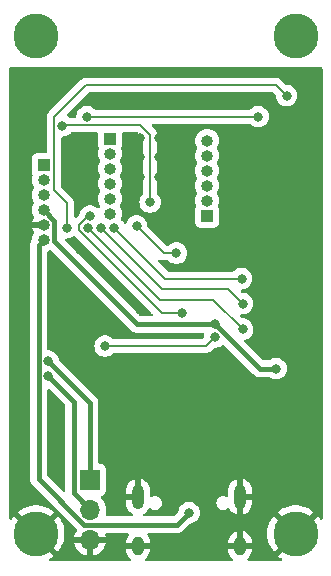
<source format=gbl>
%TF.GenerationSoftware,KiCad,Pcbnew,7.0.2-6a45011f42~172~ubuntu23.04.1*%
%TF.CreationDate,2023-05-23T16:12:18+02:00*%
%TF.ProjectId,pcb,7063622e-6b69-4636-9164-5f7063625858,rev?*%
%TF.SameCoordinates,Original*%
%TF.FileFunction,Copper,L2,Bot*%
%TF.FilePolarity,Positive*%
%FSLAX46Y46*%
G04 Gerber Fmt 4.6, Leading zero omitted, Abs format (unit mm)*
G04 Created by KiCad (PCBNEW 7.0.2-6a45011f42~172~ubuntu23.04.1) date 2023-05-23 16:12:18*
%MOMM*%
%LPD*%
G01*
G04 APERTURE LIST*
%TA.AperFunction,ComponentPad*%
%ADD10R,1.000000X1.000000*%
%TD*%
%TA.AperFunction,ComponentPad*%
%ADD11O,1.000000X1.000000*%
%TD*%
%TA.AperFunction,ComponentPad*%
%ADD12C,2.600000*%
%TD*%
%TA.AperFunction,ConnectorPad*%
%ADD13C,3.800000*%
%TD*%
%TA.AperFunction,ComponentPad*%
%ADD14R,1.700000X1.700000*%
%TD*%
%TA.AperFunction,ComponentPad*%
%ADD15O,1.700000X1.700000*%
%TD*%
%TA.AperFunction,ComponentPad*%
%ADD16O,1.000000X1.600000*%
%TD*%
%TA.AperFunction,ComponentPad*%
%ADD17O,1.000000X2.100000*%
%TD*%
%TA.AperFunction,ViaPad*%
%ADD18C,0.800000*%
%TD*%
%TA.AperFunction,Conductor*%
%ADD19C,0.200000*%
%TD*%
%TA.AperFunction,Conductor*%
%ADD20C,0.400000*%
%TD*%
G04 APERTURE END LIST*
D10*
%TO.P,IO,1,Pin_1*%
%TO.N,Net-(J2-Pin_1)*%
X63881000Y-55650000D03*
D11*
%TO.P,IO,2,Pin_2*%
%TO.N,Net-(J2-Pin_2)*%
X63881000Y-56920000D03*
%TO.P,IO,3,Pin_3*%
%TO.N,Net-(J2-Pin_3)*%
X63881000Y-58190000D03*
%TO.P,IO,4,Pin_4*%
%TO.N,+3V3*%
X63881000Y-59460000D03*
%TO.P,IO,5,Pin_5*%
%TO.N,GND*%
X63881000Y-60730000D03*
%TO.P,IO,6,Pin_6*%
%TO.N,+5V*%
X63881000Y-62000000D03*
%TD*%
D12*
%TO.P,H2,1,1*%
%TO.N,GND*%
X85250000Y-44750000D03*
D13*
X85250000Y-44750000D03*
%TD*%
D14*
%TO.P,D,1*%
%TO.N,Net-(U3-A)*%
X67818000Y-82296000D03*
D15*
%TO.P,D,2*%
%TO.N,Net-(U3-B)*%
X67818000Y-84836000D03*
%TO.P,D,3*%
%TO.N,GND*%
X67818000Y-87376000D03*
%TD*%
D12*
%TO.P,H1,1,1*%
%TO.N,+5V*%
X63250000Y-44750000D03*
D13*
X63250000Y-44750000D03*
%TD*%
D12*
%TO.P,H3,1,1*%
%TO.N,GND*%
X63246000Y-86868000D03*
D13*
X63246000Y-86868000D03*
%TD*%
D16*
%TO.P,J3,13,SHLD*%
%TO.N,GND*%
X80520000Y-87918000D03*
D17*
%TO.P,J3,14,SHLD*%
X80520000Y-83738000D03*
D16*
%TO.P,J3,15,SHLD*%
X71880000Y-87918000D03*
D17*
%TO.P,J3,16,SHLD*%
X71880000Y-83738000D03*
%TD*%
D12*
%TO.P,H4,1,1*%
%TO.N,GND*%
X85217000Y-86868000D03*
D13*
X85217000Y-86868000D03*
%TD*%
D10*
%TO.P,IO,1,Pin_1*%
%TO.N,Net-(J4-Pin_1)*%
X69500000Y-53420000D03*
D11*
%TO.P,IO,2,Pin_2*%
%TO.N,Net-(J4-Pin_2)*%
X69500000Y-54690000D03*
%TO.P,IO,3,Pin_3*%
%TO.N,Net-(J4-Pin_3)*%
X69500000Y-55960000D03*
%TO.P,IO,4,Pin_4*%
%TO.N,Net-(J4-Pin_4)*%
X69500000Y-57230000D03*
%TO.P,IO,5,Pin_5*%
%TO.N,XLR_SET*%
X69500000Y-58500000D03*
%TO.P,IO,6,Pin_6*%
%TO.N,XLR_RX*%
X69500000Y-59770000D03*
%TD*%
D10*
%TO.P,IO,1,Pin_1*%
%TO.N,Net-(J5-Pin_1)*%
X77724000Y-59944000D03*
D11*
%TO.P,IO,2,Pin_2*%
%TO.N,Net-(J5-Pin_2)*%
X77724000Y-58674000D03*
%TO.P,IO,3,Pin_3*%
%TO.N,Net-(J5-Pin_3)*%
X77724000Y-57404000D03*
%TO.P,IO,4,Pin_4*%
%TO.N,Net-(J5-Pin_4)*%
X77724000Y-56134000D03*
%TO.P,IO,5,Pin_5*%
%TO.N,Net-(J5-Pin_5)*%
X77724000Y-54864000D03*
%TO.P,IO,6,Pin_6*%
%TO.N,Net-(J5-Pin_6)*%
X77724000Y-53594000D03*
%TD*%
D18*
%TO.N,GND*%
X68021200Y-53390800D03*
X73228200Y-72720200D03*
%TO.N,+5V*%
X76200000Y-85090000D03*
%TO.N,GND*%
X66649600Y-47853600D03*
X61874400Y-69748400D03*
X73914000Y-78994000D03*
X72009000Y-56642000D03*
X69545200Y-79820100D03*
X73660000Y-56642000D03*
X75311000Y-53340000D03*
X75311000Y-54991000D03*
X80670400Y-62020500D03*
X80675000Y-47851083D03*
X72009000Y-53340000D03*
X72034400Y-67919600D03*
X73660000Y-54991000D03*
X75311000Y-56642000D03*
X84988400Y-62636400D03*
X67005200Y-62839600D03*
X72009000Y-54991000D03*
X68072000Y-69697600D03*
X83413600Y-79451200D03*
X62103000Y-62865000D03*
X73761600Y-50342800D03*
X73660000Y-53340000D03*
X77851000Y-78994000D03*
X82346800Y-62636400D03*
X85496400Y-74879200D03*
%TO.N,+3V3*%
X83566000Y-72898000D03*
X78422500Y-69151500D03*
%TO.N,BT*%
X84455000Y-49784000D03*
X65869500Y-60960000D03*
%TO.N,Net-(U3-A)*%
X64262000Y-72263000D03*
%TO.N,Net-(U3-B)*%
X64262000Y-73533000D03*
%TO.N,Net-(JP3-A)*%
X75574500Y-68161500D03*
X67818000Y-59969500D03*
%TO.N,Net-(JP5-A)*%
X71755000Y-60833000D03*
X75124500Y-63119000D03*
%TO.N,XLR_TX*%
X69088000Y-70993000D03*
X78359000Y-70231000D03*
%TO.N,BOOT*%
X67564000Y-51562000D03*
X82042000Y-51562000D03*
%TO.N,LED1*%
X67674502Y-60960000D03*
X80728432Y-69550878D03*
%TO.N,LED2*%
X68707000Y-60960000D03*
X80728432Y-67391878D03*
%TO.N,Net-(U1-ADC2_CH6{slash}DAC_1{slash}GPIO18)*%
X65469500Y-52324000D03*
X72898000Y-58801000D03*
%TO.N,LED3*%
X80645000Y-65278000D03*
X69850000Y-60960000D03*
%TD*%
D19*
%TO.N,BT*%
X84455000Y-49784000D02*
X83566000Y-48895000D01*
X83566000Y-48895000D02*
X67437000Y-48895000D01*
X67437000Y-48895000D02*
X64770000Y-51562000D01*
X64770000Y-51562000D02*
X64770000Y-57785000D01*
X64770000Y-57785000D02*
X65869500Y-58884500D01*
X65869500Y-58884500D02*
X65869500Y-60960000D01*
%TO.N,XLR_TX*%
X78359000Y-70231000D02*
X77597000Y-70993000D01*
X77597000Y-70993000D02*
X69088000Y-70993000D01*
D20*
%TO.N,+3V3*%
X63881000Y-59460000D02*
X63883793Y-59460000D01*
X63883793Y-59460000D02*
X64781000Y-60357207D01*
X64781000Y-60357207D02*
X64781000Y-62114000D01*
X64781000Y-62114000D02*
X71818500Y-69151500D01*
X71818500Y-69151500D02*
X78422500Y-69151500D01*
%TO.N,+5V*%
X75184000Y-86106000D02*
X76200000Y-85090000D01*
X63462000Y-82247767D02*
X67320233Y-86106000D01*
X63881000Y-62000000D02*
X63462000Y-62419000D01*
X63462000Y-62419000D02*
X63462000Y-82247767D01*
X67320233Y-86106000D02*
X75184000Y-86106000D01*
%TO.N,+3V3*%
X78422500Y-69151500D02*
X82169000Y-72898000D01*
X82169000Y-72898000D02*
X83566000Y-72898000D01*
%TO.N,Net-(U3-A)*%
X64262000Y-72263000D02*
X67818000Y-75819000D01*
X67818000Y-75819000D02*
X67818000Y-82296000D01*
%TO.N,Net-(U3-B)*%
X66421000Y-75692000D02*
X66421000Y-83439000D01*
X64262000Y-73533000D02*
X66421000Y-75692000D01*
X66421000Y-83439000D02*
X67818000Y-84836000D01*
D19*
%TO.N,Net-(JP3-A)*%
X67675052Y-59969500D02*
X67818000Y-59969500D01*
X75574500Y-68161500D02*
X73886052Y-68161500D01*
X66901553Y-61177001D02*
X66901553Y-60742999D01*
X66901553Y-60742999D02*
X67675052Y-59969500D01*
X73886052Y-68161500D02*
X66901553Y-61177001D01*
%TO.N,Net-(JP5-A)*%
X74041000Y-63119000D02*
X71755000Y-60833000D01*
X75124500Y-63119000D02*
X74041000Y-63119000D01*
%TO.N,BOOT*%
X82042000Y-51562000D02*
X67564000Y-51562000D01*
%TO.N,LED1*%
X73770502Y-67056000D02*
X67674502Y-60960000D01*
X78233554Y-67056000D02*
X73770502Y-67056000D01*
X80728432Y-69550878D02*
X78233554Y-67056000D01*
%TO.N,LED2*%
X73914000Y-66167000D02*
X68707000Y-60960000D01*
X80728432Y-67391878D02*
X79503554Y-66167000D01*
X79503554Y-66167000D02*
X73914000Y-66167000D01*
%TO.N,Net-(U1-ADC2_CH6{slash}DAC_1{slash}GPIO18)*%
X65531500Y-52262000D02*
X65469500Y-52324000D01*
X72074000Y-52262000D02*
X65531500Y-52262000D01*
X72898000Y-58801000D02*
X72898000Y-53086000D01*
X72898000Y-53086000D02*
X72074000Y-52262000D01*
%TO.N,LED3*%
X80645000Y-65278000D02*
X74168000Y-65278000D01*
X74168000Y-65278000D02*
X69850000Y-60960000D01*
%TD*%
%TA.AperFunction,Conductor*%
%TO.N,GND*%
G36*
X87445539Y-47390685D02*
G01*
X87491294Y-47443489D01*
X87502500Y-47495000D01*
X87502500Y-85563501D01*
X87482815Y-85630540D01*
X87430011Y-85676295D01*
X87360853Y-85686239D01*
X87297297Y-85657214D01*
X87273803Y-85629944D01*
X87164564Y-85457811D01*
X87159993Y-85451520D01*
X87081686Y-85356864D01*
X86152788Y-86285763D01*
X86052106Y-86144376D01*
X85900068Y-85999408D01*
X85797777Y-85933669D01*
X86730434Y-85001012D01*
X86508679Y-84839897D01*
X86502108Y-84835727D01*
X86244305Y-84693999D01*
X86237266Y-84690686D01*
X85963729Y-84582386D01*
X85956334Y-84579983D01*
X85671374Y-84506817D01*
X85663743Y-84505362D01*
X85371859Y-84468488D01*
X85364101Y-84468000D01*
X85069899Y-84468000D01*
X85062140Y-84468488D01*
X84770256Y-84505362D01*
X84762625Y-84506817D01*
X84477665Y-84579983D01*
X84470270Y-84582386D01*
X84196733Y-84690686D01*
X84189694Y-84693999D01*
X83931899Y-84835723D01*
X83925309Y-84839905D01*
X83703565Y-85001011D01*
X83703564Y-85001012D01*
X84633693Y-85931140D01*
X84619590Y-85938411D01*
X84454460Y-86068271D01*
X84316890Y-86227035D01*
X84282334Y-86286886D01*
X83352312Y-85356864D01*
X83273995Y-85451534D01*
X83269434Y-85457812D01*
X83111792Y-85706217D01*
X83108050Y-85713023D01*
X82982781Y-85979234D01*
X82979921Y-85986458D01*
X82889009Y-86266254D01*
X82887073Y-86273793D01*
X82831946Y-86562779D01*
X82830972Y-86570499D01*
X82812500Y-86864105D01*
X82812500Y-86871894D01*
X82830972Y-87165500D01*
X82831946Y-87173220D01*
X82887073Y-87462206D01*
X82889009Y-87469745D01*
X82979921Y-87749541D01*
X82982781Y-87756765D01*
X83108050Y-88022976D01*
X83111792Y-88029782D01*
X83269430Y-88278181D01*
X83274006Y-88284479D01*
X83352312Y-88379134D01*
X84281211Y-87450235D01*
X84381894Y-87591624D01*
X84533932Y-87736592D01*
X84636222Y-87802329D01*
X83703564Y-88734986D01*
X83925320Y-88896102D01*
X83931890Y-88900272D01*
X84032154Y-88955392D01*
X84081418Y-89004938D01*
X84096075Y-89073253D01*
X84071472Y-89138648D01*
X84015419Y-89180359D01*
X83972417Y-89188054D01*
X81261381Y-89188054D01*
X81194342Y-89168369D01*
X81148587Y-89115565D01*
X81138643Y-89046407D01*
X81167668Y-88982851D01*
X81175949Y-88974180D01*
X81282669Y-88872733D01*
X81398855Y-88705805D01*
X81479059Y-88518907D01*
X81520000Y-88319688D01*
X81520000Y-88168000D01*
X80820000Y-88168000D01*
X80820000Y-87668000D01*
X81520000Y-87668000D01*
X81520000Y-87570429D01*
X81519682Y-87564164D01*
X81504580Y-87415660D01*
X81443696Y-87221610D01*
X81344996Y-87043785D01*
X81212520Y-86889468D01*
X81051692Y-86764978D01*
X80869094Y-86675410D01*
X80770000Y-86649753D01*
X80770000Y-87451889D01*
X80745543Y-87412390D01*
X80656038Y-87344799D01*
X80548160Y-87314105D01*
X80436479Y-87324454D01*
X80336078Y-87374448D01*
X80270000Y-87446930D01*
X80270000Y-86644633D01*
X80268051Y-86644932D01*
X80077336Y-86715564D01*
X79904736Y-86823145D01*
X79757330Y-86963266D01*
X79641144Y-87130194D01*
X79560940Y-87317092D01*
X79520000Y-87516311D01*
X79520000Y-87668000D01*
X80220000Y-87668000D01*
X80220000Y-88168000D01*
X79520000Y-88168000D01*
X79520000Y-88265570D01*
X79520317Y-88271835D01*
X79535419Y-88420339D01*
X79596303Y-88614389D01*
X79695003Y-88792214D01*
X79827479Y-88946531D01*
X79852628Y-88965998D01*
X79893592Y-89022599D01*
X79897452Y-89092362D01*
X79862983Y-89153138D01*
X79801128Y-89185629D01*
X79776727Y-89188054D01*
X72621381Y-89188054D01*
X72554342Y-89168369D01*
X72508587Y-89115565D01*
X72498643Y-89046407D01*
X72527668Y-88982851D01*
X72535949Y-88974180D01*
X72642669Y-88872733D01*
X72758855Y-88705805D01*
X72839059Y-88518907D01*
X72880000Y-88319688D01*
X72880000Y-88168000D01*
X72180000Y-88168000D01*
X72180000Y-87668000D01*
X72880000Y-87668000D01*
X72880000Y-87570429D01*
X72879682Y-87564164D01*
X72864580Y-87415660D01*
X72803696Y-87221610D01*
X72704996Y-87043785D01*
X72683951Y-87019270D01*
X72655219Y-86955581D01*
X72665481Y-86886469D01*
X72711479Y-86833877D01*
X72778037Y-86814500D01*
X75158837Y-86814500D01*
X75166324Y-86814726D01*
X75227093Y-86818402D01*
X75286994Y-86807424D01*
X75294364Y-86806303D01*
X75354801Y-86798965D01*
X75364498Y-86795287D01*
X75386124Y-86789259D01*
X75396329Y-86787389D01*
X75451850Y-86762400D01*
X75458752Y-86759542D01*
X75499189Y-86744205D01*
X75515675Y-86737954D01*
X75524219Y-86732055D01*
X75543754Y-86721037D01*
X75553226Y-86716775D01*
X75601162Y-86679217D01*
X75607143Y-86674816D01*
X75657273Y-86640215D01*
X75697673Y-86594611D01*
X75702760Y-86589208D01*
X76266954Y-86025015D01*
X76328275Y-85991532D01*
X76328852Y-85991408D01*
X76482285Y-85958795D01*
X76482286Y-85958794D01*
X76482288Y-85958794D01*
X76656752Y-85881118D01*
X76811253Y-85768866D01*
X76939040Y-85626944D01*
X76975210Y-85564297D01*
X77034527Y-85461556D01*
X77035742Y-85457818D01*
X77093542Y-85279928D01*
X77113504Y-85090000D01*
X77093542Y-84900072D01*
X77053165Y-84775804D01*
X77034527Y-84718443D01*
X76939042Y-84553058D01*
X76896096Y-84505362D01*
X76811253Y-84411134D01*
X76714901Y-84341129D01*
X76656751Y-84298881D01*
X76587391Y-84268000D01*
X78509533Y-84268000D01*
X78529312Y-84418235D01*
X78585158Y-84553058D01*
X78587302Y-84558233D01*
X78679549Y-84678451D01*
X78799767Y-84770698D01*
X78939764Y-84828687D01*
X79052280Y-84843500D01*
X79056333Y-84843500D01*
X79123667Y-84843500D01*
X79127720Y-84843500D01*
X79240236Y-84828687D01*
X79380233Y-84770698D01*
X79451256Y-84716199D01*
X79516424Y-84691006D01*
X79584869Y-84705044D01*
X79634859Y-84753858D01*
X79635161Y-84754399D01*
X79695003Y-84862214D01*
X79827479Y-85016531D01*
X79988307Y-85141021D01*
X80170902Y-85230587D01*
X80270000Y-85256244D01*
X80270000Y-84454110D01*
X80294457Y-84493610D01*
X80383962Y-84561201D01*
X80491840Y-84591895D01*
X80603521Y-84581546D01*
X80703922Y-84531552D01*
X80770000Y-84459069D01*
X80770000Y-85261366D01*
X80771947Y-85261068D01*
X80962663Y-85190436D01*
X81135263Y-85082854D01*
X81282669Y-84942733D01*
X81398855Y-84775805D01*
X81479059Y-84588907D01*
X81520000Y-84389688D01*
X81520000Y-83988000D01*
X80820000Y-83988000D01*
X80820000Y-83488000D01*
X81520000Y-83488000D01*
X81520000Y-83140429D01*
X81519682Y-83134164D01*
X81504580Y-82985660D01*
X81443696Y-82791610D01*
X81344996Y-82613785D01*
X81212520Y-82459468D01*
X81051692Y-82334978D01*
X80869094Y-82245410D01*
X80770000Y-82219753D01*
X80770000Y-83021889D01*
X80745543Y-82982390D01*
X80656038Y-82914799D01*
X80548160Y-82884105D01*
X80436479Y-82894454D01*
X80336078Y-82944448D01*
X80270000Y-83016930D01*
X80270000Y-82214633D01*
X80268051Y-82214932D01*
X80077336Y-82285564D01*
X79904736Y-82393145D01*
X79757330Y-82533266D01*
X79641144Y-82700194D01*
X79560940Y-82887092D01*
X79520000Y-83086311D01*
X79520000Y-83637616D01*
X79500315Y-83704655D01*
X79447511Y-83750410D01*
X79378353Y-83760354D01*
X79348547Y-83752177D01*
X79244091Y-83708910D01*
X79240236Y-83707313D01*
X79145274Y-83694811D01*
X79131739Y-83693029D01*
X79131737Y-83693028D01*
X79127720Y-83692500D01*
X79052280Y-83692500D01*
X79048263Y-83693028D01*
X79048260Y-83693029D01*
X78939764Y-83707313D01*
X78799768Y-83765301D01*
X78679549Y-83857549D01*
X78587301Y-83977768D01*
X78529312Y-84117764D01*
X78509533Y-84268000D01*
X76587391Y-84268000D01*
X76482285Y-84221204D01*
X76295489Y-84181500D01*
X76295487Y-84181500D01*
X76104513Y-84181500D01*
X76104511Y-84181500D01*
X75917714Y-84221204D01*
X75743248Y-84298881D01*
X75588748Y-84411133D01*
X75460957Y-84553058D01*
X75365472Y-84718443D01*
X75306458Y-84900070D01*
X75301476Y-84947474D01*
X75274891Y-85012088D01*
X75265836Y-85022192D01*
X74926849Y-85361181D01*
X74865526Y-85394666D01*
X74839168Y-85397500D01*
X72423820Y-85397500D01*
X72356781Y-85377815D01*
X72311026Y-85325011D01*
X72301082Y-85255853D01*
X72330107Y-85192297D01*
X72358229Y-85168268D01*
X72495263Y-85082854D01*
X72642669Y-84942733D01*
X72758856Y-84775804D01*
X72762236Y-84767928D01*
X72806760Y-84714083D01*
X72873328Y-84692857D01*
X72940804Y-84710990D01*
X72951676Y-84718449D01*
X73019767Y-84770698D01*
X73159764Y-84828687D01*
X73272280Y-84843500D01*
X73276333Y-84843500D01*
X73343667Y-84843500D01*
X73347720Y-84843500D01*
X73460236Y-84828687D01*
X73600233Y-84770698D01*
X73720451Y-84678451D01*
X73812698Y-84558233D01*
X73870687Y-84418236D01*
X73890466Y-84268000D01*
X73870687Y-84117764D01*
X73812698Y-83977767D01*
X73720451Y-83857549D01*
X73600233Y-83765302D01*
X73586578Y-83759646D01*
X73464091Y-83708910D01*
X73460236Y-83707313D01*
X73365274Y-83694811D01*
X73351739Y-83693029D01*
X73351737Y-83693028D01*
X73347720Y-83692500D01*
X73272280Y-83692500D01*
X73268263Y-83693028D01*
X73268260Y-83693029D01*
X73159764Y-83707313D01*
X73051453Y-83752177D01*
X72981983Y-83759646D01*
X72919504Y-83728371D01*
X72883852Y-83668282D01*
X72880000Y-83637616D01*
X72880000Y-83140429D01*
X72879682Y-83134164D01*
X72864580Y-82985660D01*
X72803696Y-82791610D01*
X72704996Y-82613785D01*
X72572520Y-82459468D01*
X72411692Y-82334978D01*
X72229094Y-82245410D01*
X72130000Y-82219753D01*
X72130000Y-83021889D01*
X72105543Y-82982390D01*
X72016038Y-82914799D01*
X71908160Y-82884105D01*
X71796479Y-82894454D01*
X71696078Y-82944448D01*
X71630000Y-83016930D01*
X71630000Y-82214633D01*
X71628051Y-82214932D01*
X71437336Y-82285564D01*
X71264736Y-82393145D01*
X71117330Y-82533266D01*
X71001144Y-82700194D01*
X70920940Y-82887092D01*
X70880000Y-83086311D01*
X70880000Y-83488000D01*
X71580000Y-83488000D01*
X71580000Y-83988000D01*
X70880000Y-83988000D01*
X70880000Y-84335570D01*
X70880317Y-84341835D01*
X70895419Y-84490339D01*
X70956303Y-84684389D01*
X71055003Y-84862214D01*
X71187479Y-85016531D01*
X71348305Y-85141020D01*
X71391427Y-85162172D01*
X71442946Y-85209369D01*
X71460771Y-85276927D01*
X71439241Y-85343396D01*
X71385193Y-85387675D01*
X71336818Y-85397500D01*
X69236506Y-85397500D01*
X69169467Y-85377815D01*
X69123712Y-85325011D01*
X69113768Y-85255853D01*
X69116300Y-85243060D01*
X69129626Y-85190436D01*
X69162564Y-85060368D01*
X69181156Y-84836000D01*
X69162564Y-84611632D01*
X69107296Y-84393384D01*
X69016860Y-84187209D01*
X68893722Y-83998732D01*
X68893721Y-83998731D01*
X68893718Y-83998726D01*
X68748510Y-83840990D01*
X68717587Y-83778336D01*
X68725447Y-83708910D01*
X68769594Y-83654754D01*
X68796396Y-83640829D01*
X68914204Y-83596889D01*
X69031261Y-83509261D01*
X69118889Y-83392204D01*
X69156769Y-83290646D01*
X69169988Y-83255205D01*
X69169988Y-83255203D01*
X69169989Y-83255201D01*
X69176500Y-83194638D01*
X69176500Y-81397362D01*
X69169989Y-81336799D01*
X69169988Y-81336797D01*
X69169988Y-81336794D01*
X69118889Y-81199796D01*
X69031261Y-81082738D01*
X68914203Y-80995110D01*
X68777205Y-80944011D01*
X68719924Y-80937853D01*
X68719918Y-80937852D01*
X68716638Y-80937500D01*
X68713328Y-80937500D01*
X68650500Y-80937500D01*
X68583461Y-80917815D01*
X68537706Y-80865011D01*
X68526500Y-80813500D01*
X68526500Y-75844151D01*
X68526726Y-75836665D01*
X68526809Y-75835276D01*
X68530401Y-75775907D01*
X68519426Y-75716025D01*
X68518301Y-75708625D01*
X68510965Y-75648200D01*
X68510965Y-75648199D01*
X68507282Y-75638490D01*
X68501259Y-75616882D01*
X68499388Y-75606670D01*
X68474409Y-75551169D01*
X68471542Y-75544248D01*
X68449954Y-75487325D01*
X68444056Y-75478780D01*
X68433028Y-75459227D01*
X68428774Y-75449774D01*
X68391234Y-75401857D01*
X68386805Y-75395838D01*
X68373101Y-75375986D01*
X68352215Y-75345727D01*
X68306656Y-75305365D01*
X68301202Y-75300231D01*
X65196163Y-72195193D01*
X65162678Y-72133870D01*
X65160523Y-72120471D01*
X65155542Y-72073070D01*
X65096527Y-71891443D01*
X65001042Y-71726058D01*
X64925831Y-71642528D01*
X64873253Y-71584134D01*
X64718752Y-71471882D01*
X64718751Y-71471881D01*
X64544285Y-71394204D01*
X64357489Y-71354500D01*
X64357487Y-71354500D01*
X64294500Y-71354500D01*
X64227461Y-71334815D01*
X64181706Y-71282011D01*
X64170500Y-71230500D01*
X64170500Y-63058025D01*
X64190185Y-62990986D01*
X64242989Y-62945231D01*
X64258499Y-62939366D01*
X64268804Y-62936241D01*
X64404360Y-62863784D01*
X64472762Y-62849544D01*
X64538006Y-62874544D01*
X64550493Y-62885463D01*
X71299723Y-69634693D01*
X71304857Y-69640147D01*
X71345225Y-69685714D01*
X71395322Y-69720293D01*
X71401351Y-69724729D01*
X71449274Y-69762274D01*
X71449274Y-69762275D01*
X71458736Y-69766534D01*
X71478281Y-69777557D01*
X71483301Y-69781022D01*
X71486825Y-69783454D01*
X71543081Y-69804789D01*
X71543733Y-69805036D01*
X71550655Y-69807903D01*
X71606171Y-69832889D01*
X71616381Y-69834760D01*
X71638000Y-69840786D01*
X71647699Y-69844465D01*
X71708131Y-69851802D01*
X71715511Y-69852925D01*
X71775408Y-69863902D01*
X71836181Y-69860226D01*
X71843669Y-69860000D01*
X77353621Y-69860000D01*
X77420660Y-69879685D01*
X77466415Y-69932489D01*
X77476359Y-70001647D01*
X77471552Y-70022318D01*
X77465458Y-70041070D01*
X77460545Y-70087819D01*
X77448557Y-70201882D01*
X77444134Y-70243962D01*
X77440065Y-70243534D01*
X77431772Y-70288842D01*
X77408712Y-70320738D01*
X77381271Y-70348180D01*
X77319948Y-70381666D01*
X77293588Y-70384500D01*
X69817819Y-70384500D01*
X69750780Y-70364815D01*
X69725669Y-70343472D01*
X69699253Y-70314134D01*
X69544751Y-70201881D01*
X69370285Y-70124204D01*
X69183489Y-70084500D01*
X69183487Y-70084500D01*
X68992513Y-70084500D01*
X68992511Y-70084500D01*
X68805714Y-70124204D01*
X68631248Y-70201881D01*
X68476748Y-70314133D01*
X68348957Y-70456058D01*
X68253472Y-70621443D01*
X68194458Y-70803070D01*
X68174496Y-70992999D01*
X68194458Y-71182929D01*
X68253472Y-71364556D01*
X68348957Y-71529941D01*
X68348960Y-71529944D01*
X68476747Y-71671866D01*
X68551333Y-71726056D01*
X68631248Y-71784118D01*
X68805714Y-71861795D01*
X68992511Y-71901500D01*
X68992513Y-71901500D01*
X69183489Y-71901500D01*
X69370285Y-71861795D01*
X69370286Y-71861794D01*
X69370288Y-71861794D01*
X69544752Y-71784118D01*
X69699253Y-71671866D01*
X69725669Y-71642527D01*
X69785155Y-71605879D01*
X69817819Y-71601500D01*
X77548995Y-71601500D01*
X77565179Y-71602560D01*
X77597000Y-71606750D01*
X77636880Y-71601500D01*
X77636885Y-71601500D01*
X77736456Y-71588391D01*
X77755851Y-71585838D01*
X77903876Y-71524524D01*
X77999072Y-71451477D01*
X77999072Y-71451475D01*
X78015364Y-71438975D01*
X78015365Y-71438973D01*
X78030987Y-71426987D01*
X78050536Y-71401509D01*
X78061209Y-71389338D01*
X78274731Y-71175816D01*
X78336053Y-71142334D01*
X78362411Y-71139500D01*
X78454489Y-71139500D01*
X78641285Y-71099795D01*
X78641286Y-71099794D01*
X78641288Y-71099794D01*
X78815752Y-71022118D01*
X78970253Y-70909866D01*
X78981674Y-70897181D01*
X79041155Y-70860534D01*
X79111012Y-70861863D01*
X79161503Y-70892473D01*
X81650223Y-73381193D01*
X81655357Y-73386647D01*
X81695725Y-73432214D01*
X81745822Y-73466793D01*
X81751856Y-73471233D01*
X81799774Y-73508775D01*
X81809236Y-73513034D01*
X81828781Y-73524057D01*
X81833801Y-73527522D01*
X81837325Y-73529954D01*
X81893581Y-73551289D01*
X81894233Y-73551536D01*
X81901155Y-73554403D01*
X81956671Y-73579389D01*
X81966881Y-73581260D01*
X81988500Y-73587286D01*
X81998199Y-73590965D01*
X82058638Y-73598303D01*
X82066000Y-73599423D01*
X82125907Y-73610402D01*
X82186675Y-73606726D01*
X82194163Y-73606500D01*
X82955244Y-73606500D01*
X83022283Y-73626185D01*
X83028130Y-73630182D01*
X83109248Y-73689118D01*
X83283714Y-73766795D01*
X83470511Y-73806500D01*
X83470513Y-73806500D01*
X83661489Y-73806500D01*
X83848285Y-73766795D01*
X83848286Y-73766794D01*
X83848288Y-73766794D01*
X84022752Y-73689118D01*
X84177253Y-73576866D01*
X84305040Y-73434944D01*
X84332925Y-73386647D01*
X84400527Y-73269556D01*
X84400527Y-73269555D01*
X84459542Y-73087928D01*
X84479504Y-72898000D01*
X84459542Y-72708072D01*
X84400527Y-72526444D01*
X84400527Y-72526443D01*
X84305042Y-72361058D01*
X84285442Y-72339291D01*
X84177253Y-72219134D01*
X84022752Y-72106882D01*
X84022751Y-72106881D01*
X83848285Y-72029204D01*
X83661489Y-71989500D01*
X83661487Y-71989500D01*
X83470513Y-71989500D01*
X83470511Y-71989500D01*
X83283714Y-72029204D01*
X83109248Y-72106881D01*
X83028130Y-72165818D01*
X82962324Y-72189298D01*
X82955244Y-72189500D01*
X82513832Y-72189500D01*
X82446793Y-72169815D01*
X82426151Y-72153181D01*
X80909888Y-70636918D01*
X80876403Y-70575595D01*
X80881387Y-70505903D01*
X80923259Y-70449970D01*
X80971786Y-70427947D01*
X81010720Y-70419672D01*
X81185184Y-70341996D01*
X81339685Y-70229744D01*
X81467472Y-70087822D01*
X81494465Y-70041070D01*
X81562959Y-69922434D01*
X81581977Y-69863902D01*
X81621974Y-69740806D01*
X81641936Y-69550878D01*
X81621974Y-69360950D01*
X81562959Y-69179322D01*
X81562959Y-69179321D01*
X81467474Y-69013936D01*
X81447874Y-68992169D01*
X81339685Y-68872012D01*
X81185184Y-68759760D01*
X81185183Y-68759759D01*
X81010717Y-68682082D01*
X80823921Y-68642378D01*
X80823919Y-68642378D01*
X80731843Y-68642378D01*
X80664804Y-68622693D01*
X80644162Y-68606059D01*
X80550162Y-68512059D01*
X80516677Y-68450736D01*
X80521661Y-68381044D01*
X80563533Y-68325111D01*
X80628997Y-68300694D01*
X80637843Y-68300378D01*
X80823921Y-68300378D01*
X81010717Y-68260673D01*
X81010718Y-68260672D01*
X81010720Y-68260672D01*
X81185184Y-68182996D01*
X81339685Y-68070744D01*
X81467472Y-67928822D01*
X81562959Y-67763434D01*
X81621974Y-67581806D01*
X81641936Y-67391878D01*
X81621974Y-67201950D01*
X81562959Y-67020322D01*
X81562959Y-67020321D01*
X81467474Y-66854936D01*
X81418219Y-66800233D01*
X81339685Y-66713012D01*
X81185184Y-66600760D01*
X81185183Y-66600759D01*
X81010717Y-66523082D01*
X80823921Y-66483378D01*
X80823919Y-66483378D01*
X80731843Y-66483378D01*
X80664804Y-66463693D01*
X80644162Y-66447059D01*
X80595284Y-66398181D01*
X80561799Y-66336858D01*
X80566783Y-66267166D01*
X80608655Y-66211233D01*
X80674119Y-66186816D01*
X80682965Y-66186500D01*
X80740489Y-66186500D01*
X80927285Y-66146795D01*
X80927286Y-66146794D01*
X80927288Y-66146794D01*
X81101752Y-66069118D01*
X81256253Y-65956866D01*
X81384040Y-65814944D01*
X81479527Y-65649556D01*
X81538542Y-65467928D01*
X81558504Y-65278000D01*
X81538542Y-65088072D01*
X81479527Y-64906444D01*
X81479527Y-64906443D01*
X81384042Y-64741058D01*
X81364442Y-64719291D01*
X81256253Y-64599134D01*
X81101752Y-64486882D01*
X81101751Y-64486881D01*
X80927285Y-64409204D01*
X80740489Y-64369500D01*
X80740487Y-64369500D01*
X80549513Y-64369500D01*
X80549511Y-64369500D01*
X80362714Y-64409204D01*
X80188248Y-64486881D01*
X80033746Y-64599134D01*
X80007331Y-64628472D01*
X79947845Y-64665121D01*
X79915181Y-64669500D01*
X74471411Y-64669500D01*
X74404372Y-64649815D01*
X74383730Y-64633181D01*
X73606372Y-63855823D01*
X73572887Y-63794500D01*
X73577871Y-63724808D01*
X73619743Y-63668875D01*
X73685207Y-63644458D01*
X73741504Y-63653580D01*
X73747210Y-63655944D01*
X73795439Y-63675921D01*
X73827469Y-63689188D01*
X73882150Y-63711838D01*
X74001115Y-63727500D01*
X74001122Y-63727500D01*
X74041000Y-63732750D01*
X74072820Y-63728560D01*
X74089005Y-63727500D01*
X74394681Y-63727500D01*
X74461720Y-63747185D01*
X74486831Y-63768528D01*
X74513246Y-63797865D01*
X74667748Y-63910118D01*
X74842214Y-63987795D01*
X75029011Y-64027500D01*
X75029013Y-64027500D01*
X75219989Y-64027500D01*
X75406785Y-63987795D01*
X75406786Y-63987794D01*
X75406788Y-63987794D01*
X75581252Y-63910118D01*
X75735753Y-63797866D01*
X75863540Y-63655944D01*
X75864905Y-63653581D01*
X75959027Y-63490556D01*
X75959026Y-63490556D01*
X76018042Y-63308928D01*
X76038004Y-63119000D01*
X76018042Y-62929072D01*
X75959027Y-62747444D01*
X75959027Y-62747443D01*
X75863542Y-62582058D01*
X75843942Y-62560291D01*
X75735753Y-62440134D01*
X75581252Y-62327882D01*
X75581251Y-62327881D01*
X75406785Y-62250204D01*
X75219989Y-62210500D01*
X75219987Y-62210500D01*
X75029013Y-62210500D01*
X75029011Y-62210500D01*
X74842214Y-62250204D01*
X74667748Y-62327881D01*
X74513246Y-62440134D01*
X74486831Y-62469472D01*
X74427345Y-62506121D01*
X74394681Y-62510500D01*
X74344411Y-62510500D01*
X74277372Y-62490815D01*
X74256730Y-62474181D01*
X72705289Y-60922740D01*
X72671804Y-60861417D01*
X72670953Y-60845848D01*
X72669866Y-60845963D01*
X72668504Y-60833000D01*
X72648542Y-60643072D01*
X72607357Y-60516318D01*
X72589527Y-60461443D01*
X72494042Y-60296058D01*
X72474442Y-60274291D01*
X72366253Y-60154134D01*
X72211752Y-60041882D01*
X72211751Y-60041881D01*
X72037285Y-59964204D01*
X71850489Y-59924500D01*
X71850487Y-59924500D01*
X71659513Y-59924500D01*
X71659511Y-59924500D01*
X71472714Y-59964204D01*
X71298248Y-60041881D01*
X71143748Y-60154133D01*
X71015957Y-60296058D01*
X70920473Y-60461442D01*
X70895164Y-60539335D01*
X70855726Y-60597010D01*
X70791367Y-60624208D01*
X70722521Y-60612293D01*
X70671045Y-60565049D01*
X70669846Y-60563016D01*
X70589042Y-60423058D01*
X70550272Y-60380000D01*
X70461381Y-60281276D01*
X70431153Y-60218288D01*
X70434873Y-60162311D01*
X70436239Y-60157807D01*
X70436241Y-60157804D01*
X70493908Y-59967701D01*
X70513380Y-59770000D01*
X70493908Y-59572299D01*
X70436241Y-59382196D01*
X70342595Y-59206996D01*
X70336838Y-59196225D01*
X70339953Y-59194559D01*
X70320755Y-59149357D01*
X70332545Y-59080489D01*
X70336854Y-59073785D01*
X70336837Y-59073776D01*
X70343666Y-59061000D01*
X70436241Y-58887804D01*
X70493908Y-58697701D01*
X70513380Y-58500000D01*
X70493908Y-58302299D01*
X70436241Y-58112196D01*
X70342595Y-57936996D01*
X70336838Y-57926225D01*
X70339953Y-57924559D01*
X70320755Y-57879357D01*
X70332545Y-57810489D01*
X70336854Y-57803783D01*
X70336838Y-57803775D01*
X70349174Y-57780695D01*
X70436241Y-57617804D01*
X70493908Y-57427701D01*
X70513380Y-57230000D01*
X70493908Y-57032299D01*
X70436241Y-56842196D01*
X70342595Y-56666996D01*
X70336838Y-56656225D01*
X70339953Y-56654559D01*
X70320755Y-56609357D01*
X70332545Y-56540489D01*
X70336854Y-56533783D01*
X70336838Y-56533775D01*
X70349174Y-56510695D01*
X70436241Y-56347804D01*
X70493908Y-56157701D01*
X70513380Y-55960000D01*
X70493908Y-55762299D01*
X70436241Y-55572196D01*
X70342595Y-55396996D01*
X70336838Y-55386225D01*
X70339953Y-55384559D01*
X70320755Y-55339357D01*
X70332545Y-55270489D01*
X70336854Y-55263785D01*
X70336837Y-55263776D01*
X70342595Y-55253004D01*
X70436241Y-55077804D01*
X70493908Y-54887701D01*
X70513380Y-54690000D01*
X70493908Y-54492299D01*
X70436241Y-54302196D01*
X70436239Y-54302193D01*
X70432695Y-54290508D01*
X70434253Y-54290035D01*
X70422890Y-54235464D01*
X70447225Y-54171097D01*
X70450889Y-54166204D01*
X70501989Y-54029201D01*
X70508500Y-53968638D01*
X70508500Y-52994500D01*
X70528185Y-52927461D01*
X70580989Y-52881706D01*
X70632500Y-52870500D01*
X71770589Y-52870500D01*
X71837628Y-52890185D01*
X71858270Y-52906819D01*
X72253181Y-53301730D01*
X72286666Y-53363053D01*
X72289500Y-53389411D01*
X72289500Y-58071477D01*
X72269815Y-58138516D01*
X72257650Y-58154449D01*
X72158959Y-58264055D01*
X72063472Y-58429443D01*
X72004458Y-58611070D01*
X71984496Y-58801000D01*
X72004458Y-58990929D01*
X72063472Y-59172556D01*
X72158957Y-59337941D01*
X72158960Y-59337944D01*
X72286747Y-59479866D01*
X72441248Y-59592117D01*
X72441248Y-59592118D01*
X72615714Y-59669795D01*
X72802511Y-59709500D01*
X72802513Y-59709500D01*
X72993489Y-59709500D01*
X73180285Y-59669795D01*
X73180286Y-59669794D01*
X73180288Y-59669794D01*
X73354752Y-59592118D01*
X73509253Y-59479866D01*
X73637040Y-59337944D01*
X73664355Y-59290634D01*
X73732527Y-59172556D01*
X73749393Y-59120647D01*
X73791542Y-58990928D01*
X73811504Y-58801000D01*
X73798156Y-58673999D01*
X76710620Y-58673999D01*
X76730091Y-58871698D01*
X76730092Y-58871701D01*
X76787759Y-59061804D01*
X76787761Y-59061808D01*
X76791305Y-59073490D01*
X76789746Y-59073962D01*
X76801109Y-59128539D01*
X76776780Y-59192894D01*
X76773110Y-59197796D01*
X76722011Y-59334794D01*
X76716915Y-59382196D01*
X76715500Y-59395362D01*
X76715500Y-60492638D01*
X76715852Y-60495918D01*
X76715853Y-60495924D01*
X76722011Y-60553205D01*
X76773110Y-60690203D01*
X76860738Y-60807261D01*
X76977796Y-60894889D01*
X77114794Y-60945988D01*
X77114797Y-60945988D01*
X77114799Y-60945989D01*
X77175362Y-60952500D01*
X77178672Y-60952500D01*
X78269328Y-60952500D01*
X78272638Y-60952500D01*
X78333201Y-60945989D01*
X78333203Y-60945988D01*
X78333205Y-60945988D01*
X78411124Y-60916924D01*
X78470204Y-60894889D01*
X78587261Y-60807261D01*
X78674889Y-60690204D01*
X78696924Y-60631124D01*
X78725988Y-60553205D01*
X78725988Y-60553203D01*
X78725989Y-60553201D01*
X78732500Y-60492638D01*
X78732500Y-59395362D01*
X78725989Y-59334799D01*
X78725988Y-59334797D01*
X78725988Y-59334794D01*
X78674889Y-59197796D01*
X78671224Y-59192900D01*
X78646806Y-59127436D01*
X78658193Y-59073946D01*
X78656695Y-59073492D01*
X78660241Y-59061804D01*
X78717908Y-58871701D01*
X78737380Y-58674000D01*
X78717908Y-58476299D01*
X78660241Y-58286196D01*
X78571479Y-58120133D01*
X78560838Y-58100225D01*
X78563951Y-58098560D01*
X78544752Y-58053334D01*
X78556555Y-57984468D01*
X78560852Y-57977783D01*
X78560838Y-57977775D01*
X78573174Y-57954695D01*
X78660241Y-57791804D01*
X78717908Y-57601701D01*
X78737380Y-57404000D01*
X78717908Y-57206299D01*
X78660241Y-57016196D01*
X78579395Y-56864944D01*
X78560838Y-56830225D01*
X78563953Y-56828559D01*
X78544755Y-56783357D01*
X78556545Y-56714489D01*
X78560854Y-56707783D01*
X78560838Y-56707775D01*
X78573174Y-56684695D01*
X78660241Y-56521804D01*
X78717908Y-56331701D01*
X78737380Y-56134000D01*
X78717908Y-55936299D01*
X78660241Y-55746196D01*
X78579395Y-55594944D01*
X78560838Y-55560225D01*
X78563953Y-55558559D01*
X78544755Y-55513357D01*
X78556545Y-55444489D01*
X78560854Y-55437785D01*
X78560837Y-55437776D01*
X78566595Y-55427004D01*
X78660241Y-55251804D01*
X78717908Y-55061701D01*
X78737380Y-54864000D01*
X78717908Y-54666299D01*
X78660241Y-54476196D01*
X78579395Y-54324944D01*
X78560838Y-54290225D01*
X78563953Y-54288559D01*
X78544755Y-54243357D01*
X78556545Y-54174489D01*
X78560854Y-54167783D01*
X78560838Y-54167775D01*
X78573174Y-54144695D01*
X78660241Y-53981804D01*
X78717908Y-53791701D01*
X78737380Y-53594000D01*
X78717908Y-53396299D01*
X78660241Y-53206196D01*
X78566595Y-53030996D01*
X78440568Y-52877432D01*
X78287004Y-52751405D01*
X78287003Y-52751404D01*
X78192390Y-52700833D01*
X78111804Y-52657759D01*
X77921701Y-52600092D01*
X77921698Y-52600091D01*
X77748247Y-52583008D01*
X77724000Y-52580620D01*
X77723999Y-52580620D01*
X77526301Y-52600091D01*
X77462931Y-52619314D01*
X77336196Y-52657759D01*
X77336192Y-52657760D01*
X77336192Y-52657761D01*
X77160996Y-52751404D01*
X77007432Y-52877432D01*
X76881404Y-53030996D01*
X76830689Y-53125879D01*
X76787759Y-53206196D01*
X76762501Y-53289461D01*
X76730091Y-53396301D01*
X76710620Y-53593999D01*
X76730091Y-53791698D01*
X76730092Y-53791701D01*
X76787759Y-53981804D01*
X76854069Y-54105863D01*
X76887162Y-54167775D01*
X76884048Y-54169439D01*
X76903247Y-54214670D01*
X76891442Y-54283535D01*
X76887147Y-54290217D01*
X76887162Y-54290225D01*
X76787761Y-54476192D01*
X76787759Y-54476196D01*
X76775230Y-54517500D01*
X76730091Y-54666301D01*
X76710620Y-54864000D01*
X76730091Y-55061698D01*
X76730092Y-55061701D01*
X76787759Y-55251804D01*
X76834557Y-55339357D01*
X76887162Y-55437775D01*
X76884046Y-55439440D01*
X76903245Y-55484647D01*
X76891452Y-55553514D01*
X76887145Y-55560217D01*
X76887162Y-55560226D01*
X76787759Y-55746196D01*
X76730091Y-55936301D01*
X76710620Y-56134000D01*
X76730091Y-56331698D01*
X76730092Y-56331701D01*
X76787759Y-56521804D01*
X76826883Y-56595000D01*
X76887162Y-56707775D01*
X76884048Y-56709439D01*
X76903247Y-56754670D01*
X76891442Y-56823535D01*
X76887147Y-56830217D01*
X76887162Y-56830225D01*
X76787761Y-57016192D01*
X76787759Y-57016196D01*
X76782874Y-57032301D01*
X76730091Y-57206301D01*
X76710620Y-57404000D01*
X76730091Y-57601698D01*
X76730092Y-57601701D01*
X76787759Y-57791804D01*
X76826883Y-57865000D01*
X76887162Y-57977775D01*
X76884048Y-57979439D01*
X76903247Y-58024670D01*
X76891442Y-58093535D01*
X76887147Y-58100217D01*
X76887162Y-58100225D01*
X76799593Y-58264056D01*
X76787759Y-58286196D01*
X76782874Y-58302301D01*
X76730091Y-58476301D01*
X76710620Y-58673999D01*
X73798156Y-58673999D01*
X73791542Y-58611072D01*
X73732527Y-58429444D01*
X73732527Y-58429443D01*
X73637040Y-58264055D01*
X73538350Y-58154449D01*
X73508120Y-58091458D01*
X73506500Y-58071477D01*
X73506500Y-53134004D01*
X73507561Y-53117818D01*
X73507917Y-53115118D01*
X73511750Y-53086000D01*
X73506500Y-53046120D01*
X73506500Y-53046115D01*
X73490838Y-52927150D01*
X73484301Y-52911367D01*
X73429524Y-52779124D01*
X73356477Y-52683928D01*
X73356474Y-52683925D01*
X73331987Y-52652013D01*
X73306512Y-52632465D01*
X73294326Y-52621777D01*
X73054730Y-52382181D01*
X73021245Y-52320858D01*
X73026229Y-52251166D01*
X73068101Y-52195233D01*
X73133565Y-52170816D01*
X73142411Y-52170500D01*
X81312181Y-52170500D01*
X81379220Y-52190185D01*
X81404331Y-52211528D01*
X81430746Y-52240865D01*
X81585248Y-52353118D01*
X81759714Y-52430795D01*
X81946511Y-52470500D01*
X81946513Y-52470500D01*
X82137489Y-52470500D01*
X82324285Y-52430795D01*
X82324286Y-52430794D01*
X82324288Y-52430794D01*
X82498752Y-52353118D01*
X82653253Y-52240866D01*
X82781040Y-52098944D01*
X82876527Y-51933556D01*
X82935542Y-51751928D01*
X82955504Y-51562000D01*
X82935542Y-51372072D01*
X82876527Y-51190444D01*
X82876527Y-51190443D01*
X82781042Y-51025058D01*
X82761442Y-51003291D01*
X82653253Y-50883134D01*
X82498752Y-50770882D01*
X82498751Y-50770881D01*
X82324285Y-50693204D01*
X82137489Y-50653500D01*
X82137487Y-50653500D01*
X81946513Y-50653500D01*
X81946511Y-50653500D01*
X81759714Y-50693204D01*
X81585248Y-50770881D01*
X81430746Y-50883134D01*
X81404331Y-50912472D01*
X81344845Y-50949121D01*
X81312181Y-50953500D01*
X68293819Y-50953500D01*
X68226780Y-50933815D01*
X68201669Y-50912472D01*
X68175253Y-50883134D01*
X68020751Y-50770881D01*
X67846285Y-50693204D01*
X67659489Y-50653500D01*
X67659487Y-50653500D01*
X67468513Y-50653500D01*
X67468511Y-50653500D01*
X67281714Y-50693204D01*
X67107248Y-50770881D01*
X66952748Y-50883133D01*
X66824957Y-51025058D01*
X66729472Y-51190443D01*
X66670458Y-51372070D01*
X66670457Y-51372072D01*
X66670458Y-51372072D01*
X66653557Y-51532882D01*
X66652550Y-51542462D01*
X66625965Y-51607076D01*
X66568668Y-51647061D01*
X66529229Y-51653500D01*
X66132558Y-51653500D01*
X66065519Y-51633815D01*
X66059672Y-51629818D01*
X65926250Y-51532880D01*
X65906616Y-51524139D01*
X65853378Y-51478889D01*
X65833056Y-51412040D01*
X65852101Y-51344816D01*
X65869364Y-51323183D01*
X67652729Y-49539819D01*
X67714053Y-49506334D01*
X67740411Y-49503500D01*
X83262589Y-49503500D01*
X83329628Y-49523185D01*
X83350270Y-49539819D01*
X83504710Y-49694259D01*
X83538195Y-49755582D01*
X83539050Y-49771152D01*
X83540134Y-49771039D01*
X83561458Y-49973929D01*
X83620472Y-50155556D01*
X83715957Y-50320941D01*
X83715960Y-50320944D01*
X83843747Y-50462866D01*
X83998248Y-50575117D01*
X83998248Y-50575118D01*
X84172714Y-50652795D01*
X84359511Y-50692500D01*
X84359513Y-50692500D01*
X84550489Y-50692500D01*
X84737285Y-50652795D01*
X84737286Y-50652794D01*
X84737288Y-50652794D01*
X84911752Y-50575118D01*
X85066253Y-50462866D01*
X85194040Y-50320944D01*
X85289527Y-50155556D01*
X85348542Y-49973928D01*
X85368504Y-49784000D01*
X85348542Y-49594072D01*
X85289527Y-49412444D01*
X85289527Y-49412443D01*
X85194042Y-49247058D01*
X85174442Y-49225291D01*
X85066253Y-49105134D01*
X84911752Y-48992882D01*
X84911751Y-48992881D01*
X84737285Y-48915204D01*
X84550489Y-48875500D01*
X84550487Y-48875500D01*
X84458411Y-48875500D01*
X84391372Y-48855815D01*
X84370730Y-48839181D01*
X84030225Y-48498676D01*
X84019531Y-48486482D01*
X83999989Y-48461015D01*
X83999987Y-48461014D01*
X83999987Y-48461013D01*
X83968074Y-48436525D01*
X83968072Y-48436523D01*
X83968060Y-48436513D01*
X83968038Y-48436496D01*
X83872876Y-48363476D01*
X83724851Y-48302162D01*
X83705456Y-48299608D01*
X83605902Y-48286502D01*
X83605892Y-48286500D01*
X83605885Y-48286500D01*
X83605883Y-48286500D01*
X83605874Y-48286499D01*
X83566000Y-48281249D01*
X83534180Y-48285439D01*
X83517995Y-48286500D01*
X67485012Y-48286500D01*
X67468827Y-48285439D01*
X67465520Y-48285003D01*
X67436999Y-48281248D01*
X67278148Y-48302162D01*
X67130124Y-48363475D01*
X67036042Y-48435667D01*
X67036038Y-48435670D01*
X67034929Y-48436522D01*
X67034925Y-48436525D01*
X67003013Y-48461013D01*
X67003008Y-48461019D01*
X67003006Y-48461021D01*
X66983466Y-48486484D01*
X66972775Y-48498674D01*
X64373671Y-51097778D01*
X64361478Y-51108471D01*
X64336016Y-51128009D01*
X64336012Y-51128013D01*
X64336013Y-51128013D01*
X64311525Y-51159925D01*
X64311523Y-51159928D01*
X64309173Y-51162989D01*
X64309172Y-51162991D01*
X64238194Y-51255490D01*
X64236918Y-51258883D01*
X64177162Y-51403149D01*
X64161500Y-51522115D01*
X64161500Y-51522121D01*
X64156249Y-51561999D01*
X64160439Y-51593818D01*
X64161500Y-51610004D01*
X64161500Y-54517500D01*
X64141815Y-54584539D01*
X64089011Y-54630294D01*
X64037500Y-54641500D01*
X63332362Y-54641500D01*
X63329082Y-54641852D01*
X63329075Y-54641853D01*
X63271794Y-54648011D01*
X63134796Y-54699110D01*
X63017738Y-54786738D01*
X62930110Y-54903796D01*
X62879011Y-55040794D01*
X62875032Y-55077807D01*
X62872500Y-55101362D01*
X62872500Y-56198638D01*
X62872852Y-56201918D01*
X62872853Y-56201924D01*
X62879011Y-56259205D01*
X62930110Y-56396203D01*
X62933776Y-56401100D01*
X62958193Y-56466564D01*
X62946806Y-56520054D01*
X62948304Y-56520509D01*
X62887091Y-56722300D01*
X62867620Y-56919999D01*
X62887091Y-57117698D01*
X62887092Y-57117701D01*
X62944759Y-57307804D01*
X62944761Y-57307807D01*
X63044162Y-57493775D01*
X63041048Y-57495439D01*
X63060247Y-57540670D01*
X63048442Y-57609535D01*
X63044147Y-57616217D01*
X63044162Y-57616225D01*
X62950312Y-57791807D01*
X62944759Y-57802196D01*
X62930055Y-57850670D01*
X62887091Y-57992301D01*
X62867620Y-58190000D01*
X62887091Y-58387698D01*
X62887092Y-58387701D01*
X62944759Y-58577804D01*
X62996176Y-58673999D01*
X63044162Y-58763775D01*
X63041048Y-58765439D01*
X63060247Y-58810670D01*
X63048442Y-58879535D01*
X63044147Y-58886217D01*
X63044162Y-58886225D01*
X62949672Y-59063004D01*
X62944759Y-59072196D01*
X62927668Y-59128539D01*
X62887091Y-59262301D01*
X62867620Y-59460000D01*
X62887091Y-59657698D01*
X62887092Y-59657701D01*
X62944759Y-59847804D01*
X62944761Y-59847807D01*
X63034386Y-60015486D01*
X63038405Y-60023004D01*
X63038430Y-60023034D01*
X63038464Y-60023115D01*
X63044162Y-60033775D01*
X63043208Y-60034284D01*
X63065743Y-60087341D01*
X63053953Y-60156209D01*
X63050989Y-60160824D01*
X63051264Y-60160971D01*
X62952649Y-60345465D01*
X62911839Y-60479998D01*
X62911840Y-60480000D01*
X63635419Y-60480000D01*
X63583940Y-60535921D01*
X63537018Y-60642892D01*
X63527372Y-60759302D01*
X63556047Y-60872538D01*
X63619936Y-60970327D01*
X63632364Y-60980000D01*
X62911840Y-60980000D01*
X62911839Y-60980001D01*
X62952649Y-61114534D01*
X63051264Y-61299030D01*
X63047513Y-61301034D01*
X63065738Y-61343900D01*
X63053972Y-61412772D01*
X63038437Y-61436957D01*
X63038405Y-61436994D01*
X62944761Y-61612192D01*
X62944759Y-61612196D01*
X62906314Y-61738931D01*
X62887091Y-61802301D01*
X62867906Y-61997085D01*
X62853149Y-62034137D01*
X62857402Y-62036052D01*
X62846964Y-62059240D01*
X62835946Y-62078775D01*
X62830045Y-62087324D01*
X62808457Y-62144245D01*
X62805593Y-62151161D01*
X62780610Y-62206671D01*
X62778738Y-62216889D01*
X62772714Y-62238496D01*
X62769035Y-62248196D01*
X62761696Y-62308632D01*
X62760569Y-62316031D01*
X62749597Y-62375905D01*
X62753274Y-62436674D01*
X62753500Y-62444161D01*
X62753500Y-82222604D01*
X62753274Y-82230091D01*
X62749597Y-82290862D01*
X62760569Y-82350737D01*
X62761696Y-82358136D01*
X62769035Y-82418569D01*
X62772713Y-82428267D01*
X62778738Y-82449878D01*
X62780611Y-82460096D01*
X62805597Y-82515615D01*
X62808463Y-82522533D01*
X62830047Y-82579444D01*
X62835941Y-82587983D01*
X62846964Y-82607527D01*
X62851224Y-82616992D01*
X62888761Y-82664904D01*
X62893200Y-82670937D01*
X62927782Y-82721037D01*
X62927784Y-82721039D01*
X62927785Y-82721040D01*
X62973370Y-82761425D01*
X62978805Y-82766542D01*
X66680492Y-86468230D01*
X66713977Y-86529553D01*
X66708993Y-86599245D01*
X66694386Y-86627034D01*
X66644400Y-86698421D01*
X66544569Y-86912507D01*
X66487364Y-87125999D01*
X66487364Y-87126000D01*
X67384314Y-87126000D01*
X67358507Y-87166156D01*
X67318000Y-87304111D01*
X67318000Y-87447889D01*
X67358507Y-87585844D01*
X67384314Y-87626000D01*
X66487364Y-87626000D01*
X66544569Y-87839492D01*
X66644399Y-88053576D01*
X66779893Y-88247081D01*
X66946918Y-88414106D01*
X67140423Y-88549600D01*
X67354509Y-88649430D01*
X67568000Y-88706634D01*
X67568000Y-87811501D01*
X67675685Y-87860680D01*
X67782237Y-87876000D01*
X67853763Y-87876000D01*
X67960315Y-87860680D01*
X68068000Y-87811501D01*
X68068000Y-88706633D01*
X68281490Y-88649430D01*
X68495576Y-88549600D01*
X68689081Y-88414106D01*
X68856106Y-88247081D01*
X68991600Y-88053576D01*
X69091430Y-87839492D01*
X69148636Y-87626000D01*
X68251686Y-87626000D01*
X68277493Y-87585844D01*
X68318000Y-87447889D01*
X68318000Y-87304111D01*
X68277493Y-87166156D01*
X68251686Y-87126000D01*
X69148636Y-87126000D01*
X69148635Y-87125999D01*
X69106995Y-86970594D01*
X69108658Y-86900744D01*
X69147820Y-86842881D01*
X69212049Y-86815377D01*
X69226770Y-86814500D01*
X70983489Y-86814500D01*
X71050528Y-86834185D01*
X71096283Y-86886989D01*
X71106227Y-86956147D01*
X71085264Y-87009337D01*
X71001144Y-87130194D01*
X70920940Y-87317092D01*
X70880000Y-87516311D01*
X70880000Y-87668000D01*
X71580000Y-87668000D01*
X71580000Y-88168000D01*
X70880000Y-88168000D01*
X70880000Y-88265570D01*
X70880317Y-88271835D01*
X70895419Y-88420339D01*
X70956303Y-88614389D01*
X71055003Y-88792214D01*
X71187479Y-88946531D01*
X71212628Y-88965998D01*
X71253592Y-89022599D01*
X71257452Y-89092362D01*
X71222983Y-89153138D01*
X71161128Y-89185629D01*
X71136727Y-89188054D01*
X64490583Y-89188054D01*
X64423544Y-89168369D01*
X64377789Y-89115565D01*
X64367845Y-89046407D01*
X64396870Y-88982851D01*
X64430846Y-88955392D01*
X64531109Y-88900272D01*
X64537678Y-88896102D01*
X64759433Y-88734986D01*
X64759434Y-88734986D01*
X63829306Y-87804859D01*
X63843410Y-87797589D01*
X64008540Y-87667729D01*
X64146110Y-87508965D01*
X64180665Y-87449113D01*
X65110686Y-88379133D01*
X65188997Y-88284474D01*
X65193568Y-88278182D01*
X65351207Y-88029782D01*
X65354949Y-88022976D01*
X65480218Y-87756765D01*
X65483078Y-87749541D01*
X65573990Y-87469745D01*
X65575926Y-87462206D01*
X65631053Y-87173220D01*
X65632027Y-87165500D01*
X65650500Y-86871894D01*
X65650500Y-86864105D01*
X65632027Y-86570499D01*
X65631053Y-86562779D01*
X65575926Y-86273793D01*
X65573990Y-86266254D01*
X65483078Y-85986458D01*
X65480218Y-85979234D01*
X65354949Y-85713023D01*
X65351207Y-85706217D01*
X65193569Y-85457818D01*
X65188993Y-85451520D01*
X65110686Y-85356864D01*
X64181787Y-86285762D01*
X64081106Y-86144376D01*
X63929068Y-85999408D01*
X63826777Y-85933669D01*
X64759434Y-85001012D01*
X64537679Y-84839897D01*
X64531108Y-84835727D01*
X64273305Y-84693999D01*
X64266266Y-84690686D01*
X63992729Y-84582386D01*
X63985334Y-84579983D01*
X63700374Y-84506817D01*
X63692743Y-84505362D01*
X63400859Y-84468488D01*
X63393101Y-84468000D01*
X63098899Y-84468000D01*
X63091140Y-84468488D01*
X62799256Y-84505362D01*
X62791625Y-84506817D01*
X62506665Y-84579983D01*
X62499270Y-84582386D01*
X62225733Y-84690686D01*
X62218694Y-84693999D01*
X61960899Y-84835723D01*
X61954309Y-84839905D01*
X61732565Y-85001011D01*
X61732564Y-85001012D01*
X62662693Y-85931140D01*
X62648590Y-85938411D01*
X62483460Y-86068271D01*
X62345890Y-86227035D01*
X62311334Y-86286887D01*
X61381312Y-85356864D01*
X61302995Y-85451534D01*
X61298434Y-85457812D01*
X61188696Y-85630733D01*
X61136154Y-85676789D01*
X61067054Y-85687128D01*
X61003333Y-85658466D01*
X60965223Y-85599905D01*
X60960000Y-85564297D01*
X60960000Y-47494999D01*
X60979685Y-47427961D01*
X61032489Y-47382206D01*
X61084000Y-47371000D01*
X87378500Y-47371000D01*
X87445539Y-47390685D01*
G37*
%TD.AperFunction*%
%TA.AperFunction,Conductor*%
G36*
X66541742Y-61684154D02*
G01*
X66568449Y-61704446D01*
X73095322Y-68231319D01*
X73128807Y-68292642D01*
X73123823Y-68362334D01*
X73081951Y-68418267D01*
X73016487Y-68442684D01*
X73007641Y-68443000D01*
X72163332Y-68443000D01*
X72096293Y-68423315D01*
X72075651Y-68406681D01*
X65749151Y-62080181D01*
X65715666Y-62018858D01*
X65720650Y-61949166D01*
X65762522Y-61893233D01*
X65827986Y-61868816D01*
X65836832Y-61868500D01*
X65964989Y-61868500D01*
X66151785Y-61828795D01*
X66151786Y-61828794D01*
X66151788Y-61828794D01*
X66326252Y-61751118D01*
X66407883Y-61691809D01*
X66473688Y-61668329D01*
X66541742Y-61684154D01*
G37*
%TD.AperFunction*%
%TA.AperFunction,Conductor*%
G36*
X68434539Y-52890185D02*
G01*
X68480294Y-52942989D01*
X68491500Y-52994500D01*
X68491500Y-53968638D01*
X68491852Y-53971918D01*
X68491853Y-53971924D01*
X68498011Y-54029205D01*
X68549110Y-54166203D01*
X68552776Y-54171100D01*
X68577193Y-54236564D01*
X68565806Y-54290054D01*
X68567304Y-54290509D01*
X68506091Y-54492300D01*
X68486620Y-54689999D01*
X68506091Y-54887698D01*
X68506092Y-54887701D01*
X68563759Y-55077804D01*
X68563761Y-55077807D01*
X68663162Y-55263775D01*
X68660046Y-55265440D01*
X68679245Y-55310647D01*
X68667452Y-55379514D01*
X68663145Y-55386217D01*
X68663162Y-55386226D01*
X68657405Y-55396994D01*
X68657405Y-55396996D01*
X68595209Y-55513357D01*
X68563759Y-55572196D01*
X68506091Y-55762301D01*
X68486620Y-55959999D01*
X68506091Y-56157698D01*
X68506092Y-56157701D01*
X68563759Y-56347804D01*
X68563761Y-56347807D01*
X68663162Y-56533775D01*
X68660048Y-56535439D01*
X68679247Y-56580670D01*
X68667442Y-56649535D01*
X68663147Y-56656217D01*
X68663162Y-56656225D01*
X68564400Y-56840996D01*
X68563759Y-56842196D01*
X68525314Y-56968931D01*
X68506091Y-57032301D01*
X68486620Y-57229999D01*
X68506091Y-57427698D01*
X68506092Y-57427701D01*
X68563759Y-57617804D01*
X68630069Y-57741863D01*
X68663162Y-57803775D01*
X68660048Y-57805439D01*
X68679247Y-57850670D01*
X68667442Y-57919535D01*
X68663147Y-57926217D01*
X68663162Y-57926225D01*
X68564400Y-58110996D01*
X68563759Y-58112196D01*
X68525314Y-58238931D01*
X68506091Y-58302301D01*
X68486620Y-58500000D01*
X68506091Y-58697698D01*
X68506092Y-58697701D01*
X68563759Y-58887804D01*
X68578999Y-58916316D01*
X68663162Y-59073775D01*
X68660046Y-59075440D01*
X68679245Y-59120647D01*
X68667452Y-59189514D01*
X68663144Y-59196218D01*
X68663161Y-59196227D01*
X68627650Y-59262662D01*
X68578687Y-59312506D01*
X68510549Y-59327966D01*
X68444870Y-59304134D01*
X68432827Y-59293231D01*
X68429251Y-59290633D01*
X68301473Y-59197796D01*
X68274751Y-59178381D01*
X68100285Y-59100704D01*
X67913489Y-59061000D01*
X67913487Y-59061000D01*
X67722513Y-59061000D01*
X67722511Y-59061000D01*
X67535714Y-59100704D01*
X67361248Y-59178381D01*
X67206748Y-59290633D01*
X67078957Y-59432558D01*
X66983472Y-59597943D01*
X66924457Y-59779574D01*
X66919654Y-59825269D01*
X66893069Y-59889883D01*
X66884015Y-59899986D01*
X66689680Y-60094321D01*
X66628357Y-60127806D01*
X66558665Y-60122822D01*
X66502732Y-60080950D01*
X66478315Y-60015486D01*
X66477999Y-60006640D01*
X66477999Y-59602914D01*
X66477999Y-58932488D01*
X66479058Y-58916338D01*
X66483250Y-58884500D01*
X66478000Y-58844620D01*
X66478000Y-58844615D01*
X66462338Y-58725650D01*
X66459746Y-58719391D01*
X66450761Y-58697698D01*
X66401024Y-58577623D01*
X66327986Y-58482439D01*
X66327975Y-58482426D01*
X66322277Y-58475001D01*
X66303487Y-58450513D01*
X66278012Y-58430965D01*
X66265826Y-58420277D01*
X65414818Y-57569269D01*
X65381333Y-57507946D01*
X65378499Y-57481588D01*
X65378500Y-53356500D01*
X65398185Y-53289461D01*
X65450989Y-53243706D01*
X65502500Y-53232500D01*
X65564989Y-53232500D01*
X65751785Y-53192795D01*
X65751786Y-53192794D01*
X65751788Y-53192794D01*
X65926252Y-53115118D01*
X66080753Y-53002866D01*
X66162994Y-52911527D01*
X66222481Y-52874879D01*
X66255144Y-52870500D01*
X68367500Y-52870500D01*
X68434539Y-52890185D01*
G37*
%TD.AperFunction*%
%TD*%
%TA.AperFunction,NonConductor*%
G36*
X64375703Y-74649119D02*
G01*
X64382181Y-74655151D01*
X65676180Y-75949150D01*
X65709665Y-76010473D01*
X65712499Y-76036831D01*
X65712499Y-83196933D01*
X65692814Y-83263972D01*
X65640010Y-83309727D01*
X65570852Y-83319671D01*
X65507296Y-83290646D01*
X65500818Y-83284614D01*
X64206819Y-81990615D01*
X64173334Y-81929292D01*
X64170500Y-81902934D01*
X64170500Y-74742832D01*
X64190185Y-74675793D01*
X64242989Y-74630038D01*
X64312147Y-74620094D01*
X64375703Y-74649119D01*
G37*
%TD.AperFunction*%
M02*

</source>
